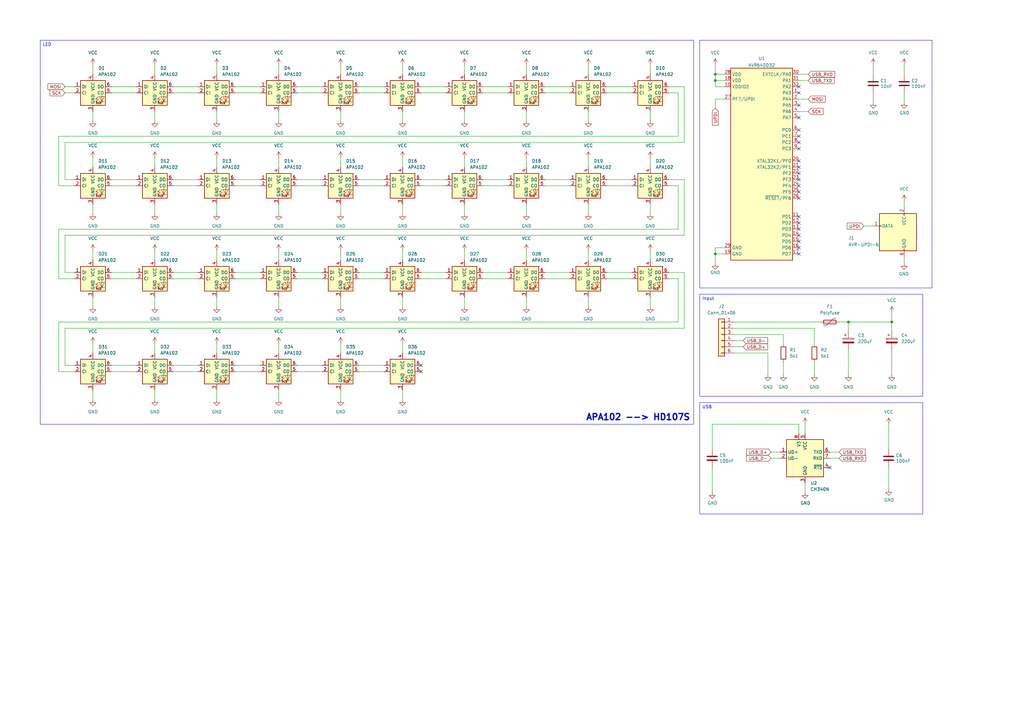
<source format=kicad_sch>
(kicad_sch (version 20230121) (generator eeschema)
  (paper "A3")
  (lib_symbols
    (symbol "Connector:AVR-UPDI-6" (pin_names (offset 1.016))
      (property "Reference" "J" (at -6.35 8.89 0))
      (property "Value" "AVR-UPDI-6" (at 0 8.89 0))
      (symbol "AVR-UPDI-6_1_1"
        (pin passive line (at 10.16 2.54 180) (length 2.54) (name "DATA") (number "1"))
        (pin passive line (at -2.54 10.16 270) (length 2.54) (name "VCC") (number "2"))
        (pin no_connect line (at 7.62 0 180) (length 2.54) hide (name "NC") (number "3"))
        (pin no_connect line (at 7.62 -2.54 180) (length 2.54) hide (name "NC") (number "4"))
        (pin no_connect line (at 7.62 -5.08 180) (length 2.54) hide (name "NC") (number "5"))
        (pin passive line (at -2.54 -10.16 90) (length 2.54) (name "GND") (number "6"))
      )
    )
    (symbol "Connector_Generic:Conn_01x06" (pin_names (offset 1.016) hide)
      (property "Reference" "J" (at 0 7.62 0))
      (property "Value" "Conn_01x06" (at 0 -10.16 0))
      (symbol "Conn_01x06_1_1"
        (pin passive line (at -5.08 5.08 0) (length 3.81) (name "Pin_1") (number "1"))
        (pin passive line (at -5.08 2.54 0) (length 3.81) (name "Pin_2") (number "2"))
        (pin passive line (at -5.08 0 0) (length 3.81) (name "Pin_3") (number "3"))
        (pin passive line (at -5.08 -2.54 0) (length 3.81) (name "Pin_4") (number "4"))
        (pin passive line (at -5.08 -5.08 0) (length 3.81) (name "Pin_5") (number "5"))
        (pin passive line (at -5.08 -7.62 0) (length 3.81) (name "Pin_6") (number "6"))
      )
    )
    (symbol "Device:C" (pin_numbers hide) (pin_names (offset 0.254))
      (property "Reference" "C" (at 0.635 2.54 0))
      (property "Value" "C" (at 0.635 -2.54 0))
      (symbol "C_1_1"
        (pin passive line (at 0 3.81 270) (length 2.794) (name "~") (number "1"))
        (pin passive line (at 0 -3.81 90) (length 2.794) (name "~") (number "2"))
      )
    )
    (symbol "Device:C_Polarized" (pin_numbers hide) (pin_names (offset 0.254))
      (property "Reference" "C" (at 0.635 2.54 0))
      (property "Value" "C_Polarized" (at 0.635 -2.54 0))
      (symbol "C_Polarized_1_1"
        (pin passive line (at 0 3.81 270) (length 2.794) (name "~") (number "1"))
        (pin passive line (at 0 -3.81 90) (length 2.794) (name "~") (number "2"))
      )
    )
    (symbol "Device:Polyfuse" (pin_numbers hide) (pin_names (offset 0))
      (property "Reference" "F" (at -2.54 0 90))
      (property "Value" "Polyfuse" (at 2.54 0 90))
      (symbol "Polyfuse_1_1"
        (pin passive line (at 0 3.81 270) (length 1.27) (name "~") (number "1"))
        (pin passive line (at 0 -3.81 90) (length 1.27) (name "~") (number "2"))
      )
    )
    (symbol "Device:R" (pin_numbers hide) (pin_names (offset 0))
      (property "Reference" "R" (at 2.032 0 90))
      (property "Value" "R" (at 0 0 90))
      (symbol "R_1_1"
        (pin passive line (at 0 3.81 270) (length 1.27) (name "~") (number "1"))
        (pin passive line (at 0 -3.81 90) (length 1.27) (name "~") (number "2"))
      )
    )
    (symbol "LED:APA102"
      (property "Reference" "D" (at 5.08 5.715 0))
      (property "Value" "APA102" (at 1.27 -5.715 0))
      (symbol "APA102_0_0"
        (text "RGB" (at 2.286 -4.191 0) (effects (font (size 0.762 0.762))))
      )
      (symbol "APA102_1_1"
        (pin input line (at -7.62 2.54 0) (length 2.54) (name "DI") (number "1"))
        (pin input line (at -7.62 0 0) (length 2.54) (name "CI") (number "2"))
        (pin power_in line (at 0 -7.62 90) (length 2.54) (name "GND") (number "3"))
        (pin power_in line (at 0 7.62 270) (length 2.54) (name "VCC") (number "4"))
        (pin output line (at 7.62 0 180) (length 2.54) (name "CO") (number "5"))
        (pin output line (at 7.62 2.54 180) (length 2.54) (name "DO") (number "6"))
      )
    )
    (symbol "kiu:AVR64DD32"
      (property "Reference" "U" (at -12.7 -19.05 0))
      (property "Value" "AVR64DD32" (at 7.62 -19.05 0))
      (symbol "AVR64DD32_1_1"
        (pin bidirectional line (at 15.24 -30.48 180) (length 2.54) (name "PA3") (number "1"))
        (pin power_in line (at -15.24 -27.94 0) (length 2.54) (name "VDDIO2") (number "10"))
        (pin bidirectional line (at 15.24 -81.28 180) (length 2.54) (name "PD1") (number "11"))
        (pin bidirectional line (at 15.24 -83.82 180) (length 2.54) (name "PD2") (number "12"))
        (pin bidirectional line (at 15.24 -86.36 180) (length 2.54) (name "PD3") (number "13"))
        (pin bidirectional line (at 15.24 -88.9 180) (length 2.54) (name "PD4") (number "14"))
        (pin bidirectional line (at 15.24 -91.44 180) (length 2.54) (name "PD5") (number "15"))
        (pin bidirectional line (at 15.24 -93.98 180) (length 2.54) (name "PD6") (number "16"))
        (pin bidirectional line (at 15.24 -96.52 180) (length 2.54) (name "PD7") (number "17"))
        (pin power_in line (at -15.24 -25.4 0) (length 2.54) (name "VDD") (number "18"))
        (pin power_in line (at -15.24 -96.52 0) (length 2.54) (name "GND") (number "19"))
        (pin bidirectional line (at 15.24 -33.02 180) (length 2.54) (name "PA4") (number "2"))
        (pin bidirectional line (at 15.24 -58.42 180) (length 2.54) (name "XTAL32K1/PF0") (number "20"))
        (pin bidirectional line (at 15.24 -60.96 180) (length 2.54) (name "XTAL32K2/PF1") (number "21"))
        (pin bidirectional line (at 15.24 -63.5 180) (length 2.54) (name "PF2") (number "22"))
        (pin bidirectional line (at 15.24 -66.04 180) (length 2.54) (name "PF3") (number "23"))
        (pin bidirectional line (at 15.24 -68.58 180) (length 2.54) (name "PF4") (number "24"))
        (pin bidirectional line (at 15.24 -71.12 180) (length 2.54) (name "PF5") (number "25"))
        (pin input line (at 15.24 -73.66 180) (length 2.54) (name "~{RESET}/PF6") (number "26"))
        (pin bidirectional line (at -15.24 -33.02 0) (length 2.54) (name "PF7/UPDI") (number "27"))
        (pin power_in line (at -15.24 -22.86 0) (length 2.54) (name "VDD") (number "28"))
        (pin power_in line (at -15.24 -93.98 0) (length 2.54) (name "GND") (number "29"))
        (pin bidirectional line (at 15.24 -35.56 180) (length 2.54) (name "PA5") (number "3"))
        (pin bidirectional line (at 15.24 -22.86 180) (length 2.54) (name "EXTCLK/PA0") (number "30"))
        (pin bidirectional line (at 15.24 -25.4 180) (length 2.54) (name "PA1") (number "31"))
        (pin bidirectional line (at 15.24 -27.94 180) (length 2.54) (name "PA2") (number "32"))
        (pin bidirectional line (at 15.24 -38.1 180) (length 2.54) (name "PA6") (number "4"))
        (pin bidirectional line (at 15.24 -40.64 180) (length 2.54) (name "PA7") (number "5"))
        (pin bidirectional line (at 15.24 -45.72 180) (length 2.54) (name "PC0") (number "6"))
        (pin bidirectional line (at 15.24 -48.26 180) (length 2.54) (name "PC1") (number "7"))
        (pin bidirectional line (at 15.24 -50.8 180) (length 2.54) (name "PC2") (number "8"))
        (pin bidirectional line (at 15.24 -53.34 180) (length 2.54) (name "PC3") (number "9"))
      )
    )
    (symbol "kiu:CH340N"
      (property "Reference" "U" (at -5.08 13.97 0))
      (property "Value" "CH340N" (at 1.27 13.97 0))
      (symbol "CH340N_1_1"
        (pin bidirectional line (at -10.16 7.62 0) (length 2.54) (name "UD+") (number "1"))
        (pin bidirectional line (at -10.16 5.08 0) (length 2.54) (name "UD-") (number "2"))
        (pin power_in line (at 0 -5.08 90) (length 2.54) (name "GND") (number "3"))
        (pin output line (at 10.16 1.27 180) (length 2.54) (name "~{RTS}") (number "4"))
        (pin power_in line (at 0 15.24 270) (length 2.54) (name "VCC") (number "5"))
        (pin output line (at 10.16 7.62 180) (length 2.54) (name "TXD") (number "6"))
        (pin input line (at 10.16 5.08 180) (length 2.54) (name "RXD") (number "7"))
        (pin passive line (at -2.54 15.24 270) (length 2.54) (name "V3") (number "8"))
      )
    )
    (symbol "power:GND" (power) (pin_names (offset 0))
      (property "Value" "GND" (at 0 -3.81 0))
      (symbol "GND_1_1"
        (pin power_in line (at 0 0 270) (length 0) hide (name "GND") (number "1"))
      )
    )
    (symbol "power:VCC" (power) (pin_names (offset 0))
      (property "Value" "VCC" (at 0 3.81 0))
      (symbol "VCC_1_1"
        (pin power_in line (at 0 0 90) (length 0) hide (name "VCC") (number "1"))
      )
    )
  )
  (junction (at 293.37 33.02))
  (junction (at 347.98 132.08))
  (junction (at 293.37 30.48))
  (junction (at 293.37 104.14))
  (junction (at 365.76 132.08))
  (no_connect (at 327.66 81.28))
  (no_connect (at 327.66 68.58))
  (no_connect (at 172.72 152.4))
  (no_connect (at 327.66 48.26))
  (no_connect (at 327.66 55.88))
  (no_connect (at 327.66 43.18))
  (no_connect (at 327.66 38.1))
  (no_connect (at 327.66 58.42))
  (no_connect (at 327.66 35.56))
  (no_connect (at 327.66 66.04))
  (no_connect (at 340.36 191.77))
  (no_connect (at 327.66 88.9))
  (no_connect (at 327.66 60.96))
  (no_connect (at 327.66 101.6))
  (no_connect (at 327.66 78.74))
  (no_connect (at 327.66 53.34))
  (no_connect (at 327.66 104.14))
  (no_connect (at 327.66 71.12))
  (no_connect (at 327.66 73.66))
  (no_connect (at 327.66 99.06))
  (no_connect (at 327.66 91.44))
  (no_connect (at 327.66 96.52))
  (no_connect (at 172.72 149.86))
  (no_connect (at 327.66 76.2))
  (no_connect (at 327.66 93.98))
  (wire (pts (xy 121.92 152.4) (xy 132.08 152.4)))
  (wire (pts (xy 215.9 102.87) (xy 215.9 106.68)))
  (wire (pts (xy 139.7 140.97) (xy 139.7 144.78)))
  (wire (pts (xy 278.13 132.08) (xy 24.13 132.08)))
  (wire (pts (xy 370.84 26.67) (xy 370.84 30.48)))
  (wire (pts (xy 223.52 35.56) (xy 233.68 35.56)))
  (wire (pts (xy 63.5 45.72) (xy 63.5 49.53)))
  (wire (pts (xy 190.5 64.77) (xy 190.5 68.58)))
  (wire (pts (xy 248.92 73.66) (xy 259.08 73.66)))
  (wire (pts (xy 297.18 30.48) (xy 293.37 30.48)))
  (wire (pts (xy 147.32 76.2) (xy 157.48 76.2)))
  (wire (pts (xy 45.72 114.3) (xy 55.88 114.3)))
  (wire (pts (xy 147.32 35.56) (xy 157.48 35.56)))
  (wire (pts (xy 274.32 114.3) (xy 278.13 114.3)))
  (polyline (pts (xy 287.02 16.51) (xy 382.27 16.51)))
  (wire (pts (xy 327.66 177.8) (xy 327.66 173.99)))
  (wire (pts (xy 114.3 160.02) (xy 114.3 163.83)))
  (wire (pts (xy 45.72 149.86) (xy 55.88 149.86)))
  (wire (pts (xy 293.37 107.95) (xy 293.37 104.14)))
  (wire (pts (xy 172.72 111.76) (xy 182.88 111.76)))
  (wire (pts (xy 278.13 114.3) (xy 278.13 132.08)))
  (wire (pts (xy 172.72 73.66) (xy 182.88 73.66)))
  (wire (pts (xy 147.32 149.86) (xy 157.48 149.86)))
  (wire (pts (xy 139.7 102.87) (xy 139.7 106.68)))
  (wire (pts (xy 45.72 152.4) (xy 55.88 152.4)))
  (wire (pts (xy 215.9 45.72) (xy 215.9 49.53)))
  (wire (pts (xy 71.12 149.86) (xy 81.28 149.86)))
  (wire (pts (xy 293.37 30.48) (xy 293.37 26.67)))
  (wire (pts (xy 215.9 26.67) (xy 215.9 30.48)))
  (wire (pts (xy 223.52 76.2) (xy 233.68 76.2)))
  (wire (pts (xy 316.23 187.96) (xy 320.04 187.96)))
  (wire (pts (xy 24.13 76.2) (xy 30.48 76.2)))
  (wire (pts (xy 88.9 83.82) (xy 88.9 87.63)))
  (wire (pts (xy 71.12 114.3) (xy 81.28 114.3)))
  (wire (pts (xy 365.76 132.08) (xy 365.76 135.89)))
  (wire (pts (xy 248.92 111.76) (xy 259.08 111.76)))
  (wire (pts (xy 114.3 64.77) (xy 114.3 68.58)))
  (wire (pts (xy 114.3 102.87) (xy 114.3 106.68)))
  (wire (pts (xy 340.36 185.42) (xy 344.17 185.42)))
  (wire (pts (xy 358.14 38.1) (xy 358.14 41.91)))
  (wire (pts (xy 278.13 55.88) (xy 24.13 55.88)))
  (wire (pts (xy 241.3 83.82) (xy 241.3 87.63)))
  (wire (pts (xy 96.52 76.2) (xy 106.68 76.2)))
  (wire (pts (xy 365.76 128.27) (xy 365.76 132.08)))
  (wire (pts (xy 274.32 38.1) (xy 278.13 38.1)))
  (wire (pts (xy 241.3 121.92) (xy 241.3 125.73)))
  (wire (pts (xy 121.92 111.76) (xy 132.08 111.76)))
  (wire (pts (xy 26.67 149.86) (xy 30.48 149.86)))
  (wire (pts (xy 147.32 152.4) (xy 157.48 152.4)))
  (wire (pts (xy 139.7 26.67) (xy 139.7 30.48)))
  (wire (pts (xy 139.7 160.02) (xy 139.7 163.83)))
  (wire (pts (xy 316.23 185.42) (xy 320.04 185.42)))
  (wire (pts (xy 24.13 93.98) (xy 24.13 114.3)))
  (polyline (pts (xy 287.02 118.11) (xy 382.27 118.11)))
  (wire (pts (xy 190.5 45.72) (xy 190.5 49.53)))
  (wire (pts (xy 63.5 102.87) (xy 63.5 106.68)))
  (wire (pts (xy 96.52 114.3) (xy 106.68 114.3)))
  (wire (pts (xy 172.72 76.2) (xy 182.88 76.2)))
  (wire (pts (xy 280.67 134.62) (xy 26.67 134.62)))
  (wire (pts (xy 24.13 152.4) (xy 30.48 152.4)))
  (wire (pts (xy 340.36 187.96) (xy 344.17 187.96)))
  (wire (pts (xy 266.7 26.67) (xy 266.7 30.48)))
  (wire (pts (xy 241.3 102.87) (xy 241.3 106.68)))
  (wire (pts (xy 63.5 121.92) (xy 63.5 125.73)))
  (wire (pts (xy 293.37 40.64) (xy 293.37 44.45)))
  (wire (pts (xy 241.3 26.67) (xy 241.3 30.48)))
  (wire (pts (xy 278.13 38.1) (xy 278.13 55.88)))
  (wire (pts (xy 38.1 121.92) (xy 38.1 125.73)))
  (wire (pts (xy 114.3 140.97) (xy 114.3 144.78)))
  (wire (pts (xy 165.1 26.67) (xy 165.1 30.48)))
  (wire (pts (xy 26.67 134.62) (xy 26.67 149.86)))
  (wire (pts (xy 165.1 121.92) (xy 165.1 125.73)))
  (wire (pts (xy 190.5 102.87) (xy 190.5 106.68)))
  (wire (pts (xy 165.1 83.82) (xy 165.1 87.63)))
  (wire (pts (xy 26.67 111.76) (xy 30.48 111.76)))
  (wire (pts (xy 121.92 73.66) (xy 132.08 73.66)))
  (wire (pts (xy 280.67 58.42) (xy 26.67 58.42)))
  (wire (pts (xy 266.7 121.92) (xy 266.7 125.73)))
  (wire (pts (xy 139.7 45.72) (xy 139.7 49.53)))
  (wire (pts (xy 241.3 45.72) (xy 241.3 49.53)))
  (wire (pts (xy 223.52 38.1) (xy 233.68 38.1)))
  (wire (pts (xy 165.1 45.72) (xy 165.1 49.53)))
  (wire (pts (xy 321.31 137.16) (xy 321.31 140.97)))
  (wire (pts (xy 293.37 104.14) (xy 297.18 104.14)))
  (wire (pts (xy 26.67 96.52) (xy 26.67 111.76)))
  (wire (pts (xy 198.12 38.1) (xy 208.28 38.1)))
  (wire (pts (xy 121.92 114.3) (xy 132.08 114.3)))
  (wire (pts (xy 147.32 114.3) (xy 157.48 114.3)))
  (wire (pts (xy 190.5 121.92) (xy 190.5 125.73)))
  (wire (pts (xy 248.92 35.56) (xy 259.08 35.56)))
  (wire (pts (xy 274.32 76.2) (xy 278.13 76.2)))
  (wire (pts (xy 292.1 191.77) (xy 292.1 201.93)))
  (wire (pts (xy 347.98 132.08) (xy 365.76 132.08)))
  (wire (pts (xy 248.92 38.1) (xy 259.08 38.1)))
  (wire (pts (xy 96.52 111.76) (xy 106.68 111.76)))
  (wire (pts (xy 71.12 35.56) (xy 81.28 35.56)))
  (wire (pts (xy 24.13 114.3) (xy 30.48 114.3)))
  (wire (pts (xy 293.37 33.02) (xy 293.37 30.48)))
  (wire (pts (xy 266.7 64.77) (xy 266.7 68.58)))
  (wire (pts (xy 147.32 111.76) (xy 157.48 111.76)))
  (wire (pts (xy 88.9 102.87) (xy 88.9 106.68)))
  (wire (pts (xy 88.9 140.97) (xy 88.9 144.78)))
  (wire (pts (xy 26.67 38.1) (xy 30.48 38.1)))
  (wire (pts (xy 327.66 40.64) (xy 331.47 40.64)))
  (wire (pts (xy 139.7 64.77) (xy 139.7 68.58)))
  (wire (pts (xy 139.7 121.92) (xy 139.7 125.73)))
  (wire (pts (xy 297.18 33.02) (xy 293.37 33.02)))
  (wire (pts (xy 26.67 58.42) (xy 26.67 73.66)))
  (wire (pts (xy 38.1 64.77) (xy 38.1 68.58)))
  (wire (pts (xy 365.76 143.51) (xy 365.76 153.67)))
  (wire (pts (xy 241.3 64.77) (xy 241.3 68.58)))
  (wire (pts (xy 215.9 64.77) (xy 215.9 68.58)))
  (wire (pts (xy 121.92 149.86) (xy 132.08 149.86)))
  (wire (pts (xy 45.72 35.56) (xy 55.88 35.56)))
  (wire (pts (xy 88.9 160.02) (xy 88.9 163.83)))
  (wire (pts (xy 26.67 35.56) (xy 30.48 35.56)))
  (wire (pts (xy 26.67 73.66) (xy 30.48 73.66)))
  (wire (pts (xy 330.2 173.99) (xy 330.2 177.8)))
  (wire (pts (xy 190.5 83.82) (xy 190.5 87.63)))
  (wire (pts (xy 114.3 26.67) (xy 114.3 30.48)))
  (wire (pts (xy 71.12 73.66) (xy 81.28 73.66)))
  (wire (pts (xy 314.96 153.67) (xy 314.96 144.78)))
  (wire (pts (xy 114.3 45.72) (xy 114.3 49.53)))
  (wire (pts (xy 165.1 102.87) (xy 165.1 106.68)))
  (wire (pts (xy 63.5 64.77) (xy 63.5 68.58)))
  (wire (pts (xy 280.67 96.52) (xy 26.67 96.52)))
  (wire (pts (xy 71.12 38.1) (xy 81.28 38.1)))
  (wire (pts (xy 334.01 134.62) (xy 334.01 140.97)))
  (wire (pts (xy 198.12 73.66) (xy 208.28 73.66)))
  (wire (pts (xy 172.72 38.1) (xy 182.88 38.1)))
  (wire (pts (xy 96.52 38.1) (xy 106.68 38.1)))
  (wire (pts (xy 71.12 111.76) (xy 81.28 111.76)))
  (wire (pts (xy 38.1 160.02) (xy 38.1 163.83)))
  (wire (pts (xy 63.5 160.02) (xy 63.5 163.83)))
  (wire (pts (xy 96.52 149.86) (xy 106.68 149.86)))
  (wire (pts (xy 293.37 33.02) (xy 293.37 35.56)))
  (wire (pts (xy 198.12 35.56) (xy 208.28 35.56)))
  (wire (pts (xy 38.1 102.87) (xy 38.1 106.68)))
  (wire (pts (xy 139.7 83.82) (xy 139.7 87.63)))
  (wire (pts (xy 96.52 152.4) (xy 106.68 152.4)))
  (wire (pts (xy 300.99 137.16) (xy 321.31 137.16)))
  (wire (pts (xy 300.99 134.62) (xy 334.01 134.62)))
  (wire (pts (xy 364.49 191.77) (xy 364.49 200.66)))
  (wire (pts (xy 321.31 148.59) (xy 321.31 153.67)))
  (wire (pts (xy 278.13 76.2) (xy 278.13 93.98)))
  (wire (pts (xy 223.52 114.3) (xy 233.68 114.3)))
  (wire (pts (xy 121.92 38.1) (xy 132.08 38.1)))
  (wire (pts (xy 63.5 26.67) (xy 63.5 30.48)))
  (wire (pts (xy 165.1 64.77) (xy 165.1 68.58)))
  (wire (pts (xy 147.32 38.1) (xy 157.48 38.1)))
  (wire (pts (xy 71.12 76.2) (xy 81.28 76.2)))
  (wire (pts (xy 300.99 132.08) (xy 336.55 132.08)))
  (wire (pts (xy 274.32 73.66) (xy 280.67 73.66)))
  (wire (pts (xy 121.92 76.2) (xy 132.08 76.2)))
  (wire (pts (xy 114.3 121.92) (xy 114.3 125.73)))
  (wire (pts (xy 198.12 76.2) (xy 208.28 76.2)))
  (wire (pts (xy 121.92 35.56) (xy 132.08 35.56)))
  (wire (pts (xy 38.1 83.82) (xy 38.1 87.63)))
  (wire (pts (xy 300.99 142.24) (xy 304.8 142.24)))
  (polyline (pts (xy 382.27 118.11) (xy 382.27 16.51)))
  (wire (pts (xy 327.66 33.02) (xy 331.47 33.02)))
  (wire (pts (xy 347.98 143.51) (xy 347.98 153.67)))
  (wire (pts (xy 165.1 160.02) (xy 165.1 163.83)))
  (wire (pts (xy 165.1 140.97) (xy 165.1 144.78)))
  (wire (pts (xy 293.37 101.6) (xy 293.37 104.14)))
  (wire (pts (xy 45.72 111.76) (xy 55.88 111.76)))
  (wire (pts (xy 38.1 45.72) (xy 38.1 49.53)))
  (wire (pts (xy 88.9 45.72) (xy 88.9 49.53)))
  (wire (pts (xy 266.7 102.87) (xy 266.7 106.68)))
  (wire (pts (xy 266.7 83.82) (xy 266.7 87.63)))
  (wire (pts (xy 297.18 101.6) (xy 293.37 101.6)))
  (wire (pts (xy 327.66 45.72) (xy 331.47 45.72)))
  (wire (pts (xy 370.84 82.55) (xy 370.84 85.09)))
  (wire (pts (xy 347.98 135.89) (xy 347.98 132.08)))
  (wire (pts (xy 88.9 64.77) (xy 88.9 68.58)))
  (wire (pts (xy 172.72 114.3) (xy 182.88 114.3)))
  (wire (pts (xy 223.52 73.66) (xy 233.68 73.66)))
  (wire (pts (xy 278.13 93.98) (xy 24.13 93.98)))
  (wire (pts (xy 248.92 114.3) (xy 259.08 114.3)))
  (polyline (pts (xy 287.02 16.51) (xy 287.02 118.11)))
  (wire (pts (xy 45.72 76.2) (xy 55.88 76.2)))
  (wire (pts (xy 327.66 173.99) (xy 292.1 173.99)))
  (wire (pts (xy 274.32 111.76) (xy 280.67 111.76)))
  (wire (pts (xy 38.1 140.97) (xy 38.1 144.78)))
  (wire (pts (xy 147.32 73.66) (xy 157.48 73.66)))
  (wire (pts (xy 344.17 132.08) (xy 347.98 132.08)))
  (wire (pts (xy 364.49 173.99) (xy 364.49 184.15)))
  (wire (pts (xy 24.13 132.08) (xy 24.13 152.4)))
  (wire (pts (xy 297.18 35.56) (xy 293.37 35.56)))
  (wire (pts (xy 198.12 114.3) (xy 208.28 114.3)))
  (wire (pts (xy 370.84 38.1) (xy 370.84 41.91)))
  (wire (pts (xy 300.99 139.7) (xy 304.8 139.7)))
  (wire (pts (xy 88.9 26.67) (xy 88.9 30.48)))
  (wire (pts (xy 280.67 111.76) (xy 280.67 134.62)))
  (wire (pts (xy 300.99 144.78) (xy 314.96 144.78)))
  (wire (pts (xy 266.7 45.72) (xy 266.7 49.53)))
  (wire (pts (xy 215.9 121.92) (xy 215.9 125.73)))
  (wire (pts (xy 45.72 73.66) (xy 55.88 73.66)))
  (wire (pts (xy 198.12 111.76) (xy 208.28 111.76)))
  (wire (pts (xy 292.1 173.99) (xy 292.1 184.15)))
  (wire (pts (xy 334.01 148.59) (xy 334.01 153.67)))
  (wire (pts (xy 354.33 92.71) (xy 358.14 92.71)))
  (wire (pts (xy 248.92 76.2) (xy 259.08 76.2)))
  (wire (pts (xy 96.52 35.56) (xy 106.68 35.56)))
  (wire (pts (xy 330.2 198.12) (xy 330.2 201.93)))
  (wire (pts (xy 96.52 73.66) (xy 106.68 73.66)))
  (wire (pts (xy 114.3 83.82) (xy 114.3 87.63)))
  (wire (pts (xy 71.12 152.4) (xy 81.28 152.4)))
  (wire (pts (xy 45.72 38.1) (xy 55.88 38.1)))
  (wire (pts (xy 172.72 35.56) (xy 182.88 35.56)))
  (wire (pts (xy 370.84 105.41) (xy 370.84 107.95)))
  (wire (pts (xy 280.67 35.56) (xy 280.67 58.42)))
  (wire (pts (xy 24.13 55.88) (xy 24.13 76.2)))
  (wire (pts (xy 223.52 111.76) (xy 233.68 111.76)))
  (wire (pts (xy 88.9 121.92) (xy 88.9 125.73)))
  (wire (pts (xy 63.5 83.82) (xy 63.5 87.63)))
  (wire (pts (xy 38.1 26.67) (xy 38.1 30.48)))
  (wire (pts (xy 190.5 26.67) (xy 190.5 30.48)))
  (wire (pts (xy 327.66 30.48) (xy 331.47 30.48)))
  (wire (pts (xy 215.9 83.82) (xy 215.9 87.63)))
  (wire (pts (xy 358.14 26.67) (xy 358.14 30.48)))
  (wire (pts (xy 293.37 40.64) (xy 297.18 40.64)))
  (wire (pts (xy 274.32 35.56) (xy 280.67 35.56)))
  (wire (pts (xy 280.67 73.66) (xy 280.67 96.52)))
  (wire (pts (xy 63.5 140.97) (xy 63.5 144.78)))
  (text_box "Input" (at 287.02 120.65 0) (size 91.44 41.91) (effects (font (size 1.27 1.27)) (justify left top)))
  (text_box "USB" (at 287.02 165.1 0) (size 91.44 45.72) (effects (font (size 1.27 1.27)) (justify left top)))
  (text_box "LED" (at 16.51 16.51 0) (size 267.97 157.48) (effects (font (size 1.27 1.27)) (justify left top)))
  (text "APA102 --> HD107S" (at 283.21 172.72 0) (effects (font (size 2.54 2.54) (thickness 0.508) bold) (justify right bottom)))
  (global_label "UPDI" (shape input) (at 293.37 44.45 270) (property "Intersheetrefs" "${INTERSHEET_REFS}" (effects hide)))
  (global_label "USB_D-" (shape input) (at 316.23 187.96 180) (property "Intersheetrefs" "${INTERSHEET_REFS}" (effects hide)))
  (global_label "USB_TXD" (shape input) (at 344.17 185.42 0) (property "Intersheetrefs" "${INTERSHEET_REFS}" (effects hide)))
  (global_label "MOSI" (shape input) (at 26.67 35.56 180) (property "Intersheetrefs" "${INTERSHEET_REFS}" (effects hide)))
  (global_label "USB_D-" (shape input) (at 304.8 139.7 0) (property "Intersheetrefs" "${INTERSHEET_REFS}" (effects hide)))
  (global_label "USB_TXD" (shape input) (at 331.47 33.02 0) (property "Intersheetrefs" "${INTERSHEET_REFS}" (effects hide)))
  (global_label "USB_D+" (shape input) (at 304.8 142.24 0) (property "Intersheetrefs" "${INTERSHEET_REFS}" (effects hide)))
  (global_label "USB_D+" (shape input) (at 316.23 185.42 180) (property "Intersheetrefs" "${INTERSHEET_REFS}" (effects hide)))
  (global_label "SCK" (shape input) (at 26.67 38.1 180) (property "Intersheetrefs" "${INTERSHEET_REFS}" (effects hide)))
  (global_label "USB_RXD" (shape input) (at 344.17 187.96 0) (property "Intersheetrefs" "${INTERSHEET_REFS}" (effects hide)))
  (global_label "MOSI" (shape input) (at 331.47 40.64 0) (property "Intersheetrefs" "${INTERSHEET_REFS}" (effects hide)))
  (global_label "USB_RXD" (shape input) (at 331.47 30.48 0) (property "Intersheetrefs" "${INTERSHEET_REFS}" (effects hide)))
  (global_label "UPDI" (shape input) (at 354.33 92.71 180) (property "Intersheetrefs" "${INTERSHEET_REFS}" (effects hide)))
  (global_label "SCK" (shape input) (at 331.47 45.72 0) (property "Intersheetrefs" "${INTERSHEET_REFS}" (effects hide)))
  (symbol (lib_id "power:GND") (at 215.9 125.73 0) (unit 1)
    (property "Reference" "#PWR066" (effects hide))
    (property "Value" "GND" (at 215.9 130.81 0))
  )
  (symbol (lib_id "LED:APA102") (at 38.1 114.3 0) (unit 1)
    (property "Reference" "D21" (at 40.2941 104.14 0) (effects (justify left)))
    (property "Value" "APA102" (at 40.2941 106.68 0) (effects (justify left)))
    (property "Footprint" "LED_SMD:LED_RGB_5050-6" (effects hide))
    (property "Datasheet" "http://www.led-color.com/upload/201506/APA102%20LED.pdf" (effects hide))
  )
  (symbol (lib_id "Device:C") (at 358.14 34.29 0) (unit 1)
    (property "Reference" "C1" (at 361.061 33.1216 0) (effects (justify left)))
    (property "Value" "10nF" (at 361.061 35.433 0) (effects (justify left)))
    (property "Footprint" "Capacitor_SMD:C_0805_2012Metric" (effects hide))
  )
  (symbol (lib_id "LED:APA102") (at 165.1 152.4 0) (unit 1)
    (property "Reference" "D36" (at 167.2941 142.24 0) (effects (justify left)))
    (property "Value" "APA102" (at 167.2941 144.78 0) (effects (justify left)))
    (property "Footprint" "LED_SMD:LED_RGB_5050-6" (effects hide))
    (property "Datasheet" "http://www.led-color.com/upload/201506/APA102%20LED.pdf" (effects hide))
  )
  (symbol (lib_id "power:GND") (at 38.1 49.53 0) (unit 1)
    (property "Reference" "#PWR016" (effects hide))
    (property "Value" "GND" (at 38.1 54.61 0))
  )
  (symbol (lib_id "power:VCC") (at 114.3 140.97 0) (unit 1)
    (property "Reference" "#PWR073" (effects hide))
    (property "Value" "VCC" (at 114.3 135.89 0))
  )
  (symbol (lib_id "power:VCC") (at 38.1 26.67 0) (unit 1)
    (property "Reference" "#PWR01" (effects hide))
    (property "Value" "VCC" (at 38.1 21.59 0))
  )
  (symbol (lib_id "power:VCC") (at 358.14 26.67 0) (unit 1)
    (property "Reference" "#PWR012" (effects hide))
    (property "Value" "VCC" (at 358.14 21.59 0))
  )
  (symbol (lib_id "LED:APA102") (at 139.7 114.3 0) (unit 1)
    (property "Reference" "D25" (at 141.8941 104.14 0) (effects (justify left)))
    (property "Value" "APA102" (at 141.8941 106.68 0) (effects (justify left)))
    (property "Footprint" "LED_SMD:LED_RGB_5050-6" (effects hide))
    (property "Datasheet" "http://www.led-color.com/upload/201506/APA102%20LED.pdf" (effects hide))
  )
  (symbol (lib_id "LED:APA102") (at 63.5 76.2 0) (unit 1)
    (property "Reference" "D12" (at 65.6941 66.04 0) (effects (justify left)))
    (property "Value" "APA102" (at 65.6941 68.58 0) (effects (justify left)))
    (property "Footprint" "LED_SMD:LED_RGB_5050-6" (effects hide))
    (property "Datasheet" "http://www.led-color.com/upload/201506/APA102%20LED.pdf" (effects hide))
  )
  (symbol (lib_id "LED:APA102") (at 88.9 114.3 0) (unit 1)
    (property "Reference" "D23" (at 91.0941 104.14 0) (effects (justify left)))
    (property "Value" "APA102" (at 91.0941 106.68 0) (effects (justify left)))
    (property "Footprint" "LED_SMD:LED_RGB_5050-6" (effects hide))
    (property "Datasheet" "http://www.led-color.com/upload/201506/APA102%20LED.pdf" (effects hide))
  )
  (symbol (lib_id "power:GND") (at 165.1 87.63 0) (unit 1)
    (property "Reference" "#PWR042" (effects hide))
    (property "Value" "GND" (at 165.1 92.71 0))
  )
  (symbol (lib_id "power:GND") (at 38.1 163.83 0) (unit 1)
    (property "Reference" "#PWR081" (effects hide))
    (property "Value" "GND" (at 38.1 168.91 0))
  )
  (symbol (lib_id "Device:R") (at 321.31 144.78 0) (unit 1)
    (property "Reference" "R1" (at 323.85 143.51 0) (effects (justify left)))
    (property "Value" "5k1" (at 323.85 146.05 0) (effects (justify left)))
    (property "Footprint" "Resistor_SMD:R_0805_2012Metric" (effects hide))
  )
  (symbol (lib_id "LED:APA102") (at 165.1 38.1 0) (unit 1)
    (property "Reference" "D6" (at 167.2941 27.94 0) (effects (justify left)))
    (property "Value" "APA102" (at 167.2941 30.48 0) (effects (justify left)))
    (property "Footprint" "LED_SMD:LED_RGB_5050-6" (effects hide))
    (property "Datasheet" "http://www.led-color.com/upload/201506/APA102%20LED.pdf" (effects hide))
  )
  (symbol (lib_id "power:GND") (at 139.7 49.53 0) (unit 1)
    (property "Reference" "#PWR020" (effects hide))
    (property "Value" "GND" (at 139.7 54.61 0))
  )
  (symbol (lib_id "power:GND") (at 241.3 49.53 0) (unit 1)
    (property "Reference" "#PWR024" (effects hide))
    (property "Value" "GND" (at 241.3 54.61 0))
  )
  (symbol (lib_id "power:VCC") (at 63.5 140.97 0) (unit 1)
    (property "Reference" "#PWR071" (effects hide))
    (property "Value" "VCC" (at 63.5 135.89 0))
  )
  (symbol (lib_id "kiu:CH340N") (at 330.2 193.04 0) (unit 1)
    (property "Reference" "U2" (at 332.3941 198.12 0) (effects (justify left)))
    (property "Value" "CH340N" (at 332.3941 200.66 0) (effects (justify left)))
    (property "Footprint" "Package_SO:SOP-8_3.9x4.9mm_P1.27mm" (effects hide))
    (property "Datasheet" "https://datasheet.lcsc.com/lcsc/2305301024_WCH-Jiangsu-Qin-Heng-CH340N_C2977777.pdf" (effects hide))
  )
  (symbol (lib_id "LED:APA102") (at 114.3 38.1 0) (unit 1)
    (property "Reference" "D4" (at 116.4941 27.94 0) (effects (justify left)))
    (property "Value" "APA102" (at 116.4941 30.48 0) (effects (justify left)))
    (property "Footprint" "LED_SMD:LED_RGB_5050-6" (effects hide))
    (property "Datasheet" "http://www.led-color.com/upload/201506/APA102%20LED.pdf" (effects hide))
  )
  (symbol (lib_id "LED:APA102") (at 38.1 152.4 0) (unit 1)
    (property "Reference" "D31" (at 40.2941 142.24 0) (effects (justify left)))
    (property "Value" "APA102" (at 40.2941 144.78 0) (effects (justify left)))
    (property "Footprint" "LED_SMD:LED_RGB_5050-6" (effects hide))
    (property "Datasheet" "http://www.led-color.com/upload/201506/APA102%20LED.pdf" (effects hide))
  )
  (symbol (lib_id "power:VCC") (at 165.1 140.97 0) (unit 1)
    (property "Reference" "#PWR075" (effects hide))
    (property "Value" "VCC" (at 165.1 135.89 0))
  )
  (symbol (lib_id "LED:APA102") (at 63.5 114.3 0) (unit 1)
    (property "Reference" "D22" (at 65.6941 104.14 0) (effects (justify left)))
    (property "Value" "APA102" (at 65.6941 106.68 0) (effects (justify left)))
    (property "Footprint" "LED_SMD:LED_RGB_5050-6" (effects hide))
    (property "Datasheet" "http://www.led-color.com/upload/201506/APA102%20LED.pdf" (effects hide))
  )
  (symbol (lib_id "Device:C_Polarized") (at 365.76 139.7 0) (unit 1)
    (property "Reference" "C4" (at 369.57 137.541 0) (effects (justify left)))
    (property "Value" "220uF" (at 369.57 140.081 0) (effects (justify left)))
    (property "Footprint" "Capacitor_Tantalum_SMD:CP_EIA-6032-28_Kemet-C" (effects hide))
    (property "JLC" "C16133" (effects hide))
  )
  (symbol (lib_id "power:GND") (at 190.5 49.53 0) (unit 1)
    (property "Reference" "#PWR022" (effects hide))
    (property "Value" "GND" (at 190.5 54.61 0))
  )
  (symbol (lib_id "power:GND") (at 266.7 87.63 0) (unit 1)
    (property "Reference" "#PWR046" (effects hide))
    (property "Value" "GND" (at 266.7 92.71 0))
  )
  (symbol (lib_id "power:GND") (at 370.84 41.91 0) (unit 1)
    (property "Reference" "#PWR015" (effects hide))
    (property "Value" "GND" (at 370.967 46.3042 0))
  )
  (symbol (lib_id "power:VCC") (at 165.1 102.87 0) (unit 1)
    (property "Reference" "#PWR052" (effects hide))
    (property "Value" "VCC" (at 165.1 97.79 0))
  )
  (symbol (lib_id "power:GND") (at 190.5 125.73 0) (unit 1)
    (property "Reference" "#PWR065" (effects hide))
    (property "Value" "GND" (at 190.5 130.81 0))
  )
  (symbol (lib_id "Device:C_Polarized") (at 347.98 139.7 0) (unit 1)
    (property "Reference" "C3" (at 351.79 137.541 0) (effects (justify left)))
    (property "Value" "220uF" (at 351.79 140.081 0) (effects (justify left)))
    (property "Footprint" "Capacitor_Tantalum_SMD:CP_EIA-6032-28_Kemet-C" (effects hide))
    (property "JLC" "C16133" (effects hide))
  )
  (symbol (lib_id "power:GND") (at 241.3 125.73 0) (unit 1)
    (property "Reference" "#PWR067" (effects hide))
    (property "Value" "GND" (at 241.3 130.81 0))
  )
  (symbol (lib_id "Connector:AVR-UPDI-6") (at 368.3 95.25 0) (mirror y) (unit 1)
    (property "Reference" "J1" (at 347.98 97.5549 0) (effects (justify right)))
    (property "Value" "AVR-UPDI-6" (at 347.98 100.33 0) (effects (justify right)))
    (property "Footprint" "Connector_IDC:IDC-Header_2x03_P2.54mm_Vertical" (effects hide))
    (property "Datasheet" "https://www.microchip.com/webdoc/GUID-9D10622A-5C16-4405-B092-1BDD437B4976/index.html?GUID-9B349315-2842-4189-B88C-49F4E1055D7F" (effects hide))
  )
  (symbol (lib_id "power:VCC") (at 63.5 64.77 0) (unit 1)
    (property "Reference" "#PWR027" (effects hide))
    (property "Value" "VCC" (at 63.5 59.69 0))
  )
  (symbol (lib_id "LED:APA102") (at 139.7 152.4 0) (unit 1)
    (property "Reference" "D35" (at 141.8941 142.24 0) (effects (justify left)))
    (property "Value" "APA102" (at 141.8941 144.78 0) (effects (justify left)))
    (property "Footprint" "LED_SMD:LED_RGB_5050-6" (effects hide))
    (property "Datasheet" "http://www.led-color.com/upload/201506/APA102%20LED.pdf" (effects hide))
  )
  (symbol (lib_id "power:VCC") (at 190.5 26.67 0) (unit 1)
    (property "Reference" "#PWR07" (effects hide))
    (property "Value" "VCC" (at 190.5 21.59 0))
  )
  (symbol (lib_id "power:GND") (at 347.98 153.67 0) (unit 1)
    (property "Reference" "#PWR079" (effects hide))
    (property "Value" "GND" (at 347.98 158.75 0))
  )
  (symbol (lib_id "power:VCC") (at 241.3 102.87 0) (unit 1)
    (property "Reference" "#PWR055" (effects hide))
    (property "Value" "VCC" (at 241.3 97.79 0))
  )
  (symbol (lib_id "power:GND") (at 358.14 41.91 0) (unit 1)
    (property "Reference" "#PWR014" (effects hide))
    (property "Value" "GND" (at 358.267 46.3042 0))
  )
  (symbol (lib_id "LED:APA102") (at 241.3 76.2 0) (unit 1)
    (property "Reference" "D19" (at 243.4941 66.04 0) (effects (justify left)))
    (property "Value" "APA102" (at 243.4941 68.58 0) (effects (justify left)))
    (property "Footprint" "LED_SMD:LED_RGB_5050-6" (effects hide))
    (property "Datasheet" "http://www.led-color.com/upload/201506/APA102%20LED.pdf" (effects hide))
  )
  (symbol (lib_id "power:GND") (at 190.5 87.63 0) (unit 1)
    (property "Reference" "#PWR043" (effects hide))
    (property "Value" "GND" (at 190.5 92.71 0))
  )
  (symbol (lib_id "LED:APA102") (at 165.1 114.3 0) (unit 1)
    (property "Reference" "D26" (at 167.2941 104.14 0) (effects (justify left)))
    (property "Value" "APA102" (at 167.2941 106.68 0) (effects (justify left)))
    (property "Footprint" "LED_SMD:LED_RGB_5050-6" (effects hide))
    (property "Datasheet" "http://www.led-color.com/upload/201506/APA102%20LED.pdf" (effects hide))
  )
  (symbol (lib_id "power:GND") (at 165.1 125.73 0) (unit 1)
    (property "Reference" "#PWR064" (effects hide))
    (property "Value" "GND" (at 165.1 130.81 0))
  )
  (symbol (lib_id "power:GND") (at 293.37 107.95 0) (unit 1)
    (property "Reference" "#PWR057" (effects hide))
    (property "Value" "GND" (at 293.37 111.76 0))
  )
  (symbol (lib_id "power:GND") (at 114.3 49.53 0) (unit 1)
    (property "Reference" "#PWR019" (effects hide))
    (property "Value" "GND" (at 114.3 54.61 0))
  )
  (symbol (lib_id "LED:APA102") (at 266.7 114.3 0) (unit 1)
    (property "Reference" "D30" (at 268.8941 104.14 0) (effects (justify left)))
    (property "Value" "APA102" (at 268.8941 106.68 0) (effects (justify left)))
    (property "Footprint" "LED_SMD:LED_RGB_5050-6" (effects hide))
    (property "Datasheet" "http://www.led-color.com/upload/201506/APA102%20LED.pdf" (effects hide))
  )
  (symbol (lib_id "power:VCC") (at 114.3 26.67 0) (unit 1)
    (property "Reference" "#PWR04" (effects hide))
    (property "Value" "VCC" (at 114.3 21.59 0))
  )
  (symbol (lib_id "Device:C") (at 364.49 187.96 0) (unit 1)
    (property "Reference" "C6" (at 367.411 186.7916 0) (effects (justify left)))
    (property "Value" "100nF" (at 367.411 189.103 0) (effects (justify left)))
    (property "Footprint" "Capacitor_SMD:C_0805_2012Metric" (effects hide))
  )
  (symbol (lib_id "power:VCC") (at 88.9 102.87 0) (unit 1)
    (property "Reference" "#PWR049" (effects hide))
    (property "Value" "VCC" (at 88.9 97.79 0))
  )
  (symbol (lib_id "power:VCC") (at 139.7 102.87 0) (unit 1)
    (property "Reference" "#PWR051" (effects hide))
    (property "Value" "VCC" (at 139.7 97.79 0))
  )
  (symbol (lib_id "power:VCC") (at 370.84 26.67 0) (unit 1)
    (property "Reference" "#PWR013" (effects hide))
    (property "Value" "VCC" (at 370.84 21.59 0))
  )
  (symbol (lib_id "power:GND") (at 266.7 49.53 0) (unit 1)
    (property "Reference" "#PWR025" (effects hide))
    (property "Value" "GND" (at 266.7 54.61 0))
  )
  (symbol (lib_id "LED:APA102") (at 38.1 38.1 0) (unit 1)
    (property "Reference" "D1" (at 40.2941 27.94 0) (effects (justify left)))
    (property "Value" "APA102" (at 40.2941 30.48 0) (effects (justify left)))
    (property "Footprint" "LED_SMD:LED_RGB_5050-6" (effects hide))
    (property "Datasheet" "http://www.led-color.com/upload/201506/APA102%20LED.pdf" (effects hide))
  )
  (symbol (lib_id "power:VCC") (at 370.84 82.55 0) (unit 1)
    (property "Reference" "#PWR036" (effects hide))
    (property "Value" "VCC" (at 370.84 77.47 0))
  )
  (symbol (lib_id "power:GND") (at 38.1 125.73 0) (unit 1)
    (property "Reference" "#PWR059" (effects hide))
    (property "Value" "GND" (at 38.1 130.81 0))
  )
  (symbol (lib_id "power:GND") (at 365.76 153.67 0) (unit 1)
    (property "Reference" "#PWR080" (effects hide))
    (property "Value" "GND" (at 365.76 158.75 0))
  )
  (symbol (lib_id "power:GND") (at 114.3 125.73 0) (unit 1)
    (property "Reference" "#PWR062" (effects hide))
    (property "Value" "GND" (at 114.3 130.81 0))
  )
  (symbol (lib_id "power:VCC") (at 63.5 102.87 0) (unit 1)
    (property "Reference" "#PWR048" (effects hide))
    (property "Value" "VCC" (at 63.5 97.79 0))
  )
  (symbol (lib_id "power:GND") (at 139.7 87.63 0) (unit 1)
    (property "Reference" "#PWR041" (effects hide))
    (property "Value" "GND" (at 139.7 92.71 0))
  )
  (symbol (lib_id "power:GND") (at 63.5 125.73 0) (unit 1)
    (property "Reference" "#PWR060" (effects hide))
    (property "Value" "GND" (at 63.5 130.81 0))
  )
  (symbol (lib_id "power:VCC") (at 293.37 26.67 0) (unit 1)
    (property "Reference" "#PWR011" (effects hide))
    (property "Value" "VCC" (at 293.37 21.59 0))
  )
  (symbol (lib_id "power:VCC") (at 38.1 64.77 0) (unit 1)
    (property "Reference" "#PWR026" (effects hide))
    (property "Value" "VCC" (at 38.1 59.69 0))
  )
  (symbol (lib_id "power:VCC") (at 88.9 26.67 0) (unit 1)
    (property "Reference" "#PWR03" (effects hide))
    (property "Value" "VCC" (at 88.9 21.59 0))
  )
  (symbol (lib_id "LED:APA102") (at 266.7 38.1 0) (unit 1)
    (property "Reference" "D10" (at 268.8941 27.94 0) (effects (justify left)))
    (property "Value" "APA102" (at 268.8941 30.48 0) (effects (justify left)))
    (property "Footprint" "LED_SMD:LED_RGB_5050-6" (effects hide))
    (property "Datasheet" "http://www.led-color.com/upload/201506/APA102%20LED.pdf" (effects hide))
  )
  (symbol (lib_id "LED:APA102") (at 88.9 76.2 0) (unit 1)
    (property "Reference" "D13" (at 91.0941 66.04 0) (effects (justify left)))
    (property "Value" "APA102" (at 91.0941 68.58 0) (effects (justify left)))
    (property "Footprint" "LED_SMD:LED_RGB_5050-6" (effects hide))
    (property "Datasheet" "http://www.led-color.com/upload/201506/APA102%20LED.pdf" (effects hide))
  )
  (symbol (lib_id "power:GND") (at 330.2 201.93 0) (unit 1)
    (property "Reference" "#PWR091" (effects hide))
    (property "Value" "GND" (at 330.327 206.3242 0))
  )
  (symbol (lib_id "LED:APA102") (at 190.5 76.2 0) (unit 1)
    (property "Reference" "D17" (at 192.6941 66.04 0) (effects (justify left)))
    (property "Value" "APA102" (at 192.6941 68.58 0) (effects (justify left)))
    (property "Footprint" "LED_SMD:LED_RGB_5050-6" (effects hide))
    (property "Datasheet" "http://www.led-color.com/upload/201506/APA102%20LED.pdf" (effects hide))
  )
  (symbol (lib_id "power:VCC") (at 266.7 26.67 0) (unit 1)
    (property "Reference" "#PWR010" (effects hide))
    (property "Value" "VCC" (at 266.7 21.59 0))
  )
  (symbol (lib_id "power:GND") (at 215.9 87.63 0) (unit 1)
    (property "Reference" "#PWR044" (effects hide))
    (property "Value" "GND" (at 215.9 92.71 0))
  )
  (symbol (lib_id "Device:Polyfuse") (at 340.36 132.08 90) (unit 1)
    (property "Reference" "F1" (at 340.36 125.73 90))
    (property "Value" "Polyfuse" (at 340.36 128.27 90))
    (property "Footprint" "Fuse:Fuse_0805_2012Metric" (effects hide))
    (property "JLC" "C2897461" (effects hide))
  )
  (symbol (lib_id "power:VCC") (at 88.9 64.77 0) (unit 1)
    (property "Reference" "#PWR028" (effects hide))
    (property "Value" "VCC" (at 88.9 59.69 0))
  )
  (symbol (lib_id "LED:APA102") (at 114.3 114.3 0) (unit 1)
    (property "Reference" "D24" (at 116.4941 104.14 0) (effects (justify left)))
    (property "Value" "APA102" (at 116.4941 106.68 0) (effects (justify left)))
    (property "Footprint" "LED_SMD:LED_RGB_5050-6" (effects hide))
    (property "Datasheet" "http://www.led-color.com/upload/201506/APA102%20LED.pdf" (effects hide))
  )
  (symbol (lib_id "kiu:AVR64DD32") (at 312.42 7.62 0) (unit 1)
    (property "Reference" "U1" (at 312.42 23.9735 0))
    (property "Value" "AVR64DD32" (at 312.42 26.7486 0))
    (property "Footprint" "Package_QFP:TQFP-32_7x7mm_P0.8mm" (effects hide))
  )
  (symbol (lib_id "LED:APA102") (at 88.9 38.1 0) (unit 1)
    (property "Reference" "D3" (at 91.0941 27.94 0) (effects (justify left)))
    (property "Value" "APA102" (at 91.0941 30.48 0) (effects (justify left)))
    (property "Footprint" "LED_SMD:LED_RGB_5050-6" (effects hide))
    (property "Datasheet" "http://www.led-color.com/upload/201506/APA102%20LED.pdf" (effects hide))
  )
  (symbol (lib_id "power:GND") (at 241.3 87.63 0) (unit 1)
    (property "Reference" "#PWR045" (effects hide))
    (property "Value" "GND" (at 241.3 92.71 0))
  )
  (symbol (lib_id "power:GND") (at 88.9 87.63 0) (unit 1)
    (property "Reference" "#PWR039" (effects hide))
    (property "Value" "GND" (at 88.9 92.71 0))
  )
  (symbol (lib_id "power:GND") (at 63.5 49.53 0) (unit 1)
    (property "Reference" "#PWR017" (effects hide))
    (property "Value" "GND" (at 63.5 54.61 0))
  )
  (symbol (lib_id "power:GND") (at 114.3 87.63 0) (unit 1)
    (property "Reference" "#PWR040" (effects hide))
    (property "Value" "GND" (at 114.3 92.71 0))
  )
  (symbol (lib_id "LED:APA102") (at 215.9 38.1 0) (unit 1)
    (property "Reference" "D8" (at 218.0941 27.94 0) (effects (justify left)))
    (property "Value" "APA102" (at 218.0941 30.48 0) (effects (justify left)))
    (property "Footprint" "LED_SMD:LED_RGB_5050-6" (effects hide))
    (property "Datasheet" "http://www.led-color.com/upload/201506/APA102%20LED.pdf" (effects hide))
  )
  (symbol (lib_id "power:VCC") (at 266.7 102.87 0) (unit 1)
    (property "Reference" "#PWR056" (effects hide))
    (property "Value" "VCC" (at 266.7 97.79 0))
  )
  (symbol (lib_id "power:VCC") (at 165.1 64.77 0) (unit 1)
    (property "Reference" "#PWR031" (effects hide))
    (property "Value" "VCC" (at 165.1 59.69 0))
  )
  (symbol (lib_id "LED:APA102") (at 114.3 76.2 0) (unit 1)
    (property "Reference" "D14" (at 116.4941 66.04 0) (effects (justify left)))
    (property "Value" "APA102" (at 116.4941 68.58 0) (effects (justify left)))
    (property "Footprint" "LED_SMD:LED_RGB_5050-6" (effects hide))
    (property "Datasheet" "http://www.led-color.com/upload/201506/APA102%20LED.pdf" (effects hide))
  )
  (symbol (lib_id "power:VCC") (at 38.1 102.87 0) (unit 1)
    (property "Reference" "#PWR047" (effects hide))
    (property "Value" "VCC" (at 38.1 97.79 0))
  )
  (symbol (lib_id "power:VCC") (at 88.9 140.97 0) (unit 1)
    (property "Reference" "#PWR072" (effects hide))
    (property "Value" "VCC" (at 88.9 135.89 0))
  )
  (symbol (lib_id "LED:APA102") (at 241.3 38.1 0) (unit 1)
    (property "Reference" "D9" (at 243.4941 27.94 0) (effects (justify left)))
    (property "Value" "APA102" (at 243.4941 30.48 0) (effects (justify left)))
    (property "Footprint" "LED_SMD:LED_RGB_5050-6" (effects hide))
    (property "Datasheet" "http://www.led-color.com/upload/201506/APA102%20LED.pdf" (effects hide))
  )
  (symbol (lib_id "LED:APA102") (at 266.7 76.2 0) (unit 1)
    (property "Reference" "D20" (at 268.8941 66.04 0) (effects (justify left)))
    (property "Value" "APA102" (at 268.8941 68.58 0) (effects (justify left)))
    (property "Footprint" "LED_SMD:LED_RGB_5050-6" (effects hide))
    (property "Datasheet" "http://www.led-color.com/upload/201506/APA102%20LED.pdf" (effects hide))
  )
  (symbol (lib_id "power:GND") (at 370.84 107.95 0) (mirror y) (unit 1)
    (property "Reference" "#PWR058" (effects hide))
    (property "Value" "GND" (at 370.713 112.3442 0))
  )
  (symbol (lib_id "LED:APA102") (at 139.7 76.2 0) (unit 1)
    (property "Reference" "D15" (at 141.8941 66.04 0) (effects (justify left)))
    (property "Value" "APA102" (at 141.8941 68.58 0) (effects (justify left)))
    (property "Footprint" "LED_SMD:LED_RGB_5050-6" (effects hide))
    (property "Datasheet" "http://www.led-color.com/upload/201506/APA102%20LED.pdf" (effects hide))
  )
  (symbol (lib_id "Connector_Generic:Conn_01x06") (at 295.91 137.16 0) (mirror y) (unit 1)
    (property "Reference" "J2" (at 295.91 125.73 0))
    (property "Value" "Conn_01x06" (at 295.91 128.27 0))
    (property "Footprint" "Connector_PinHeader_2.54mm:PinHeader_1x06_P2.54mm_Vertical" (effects hide))
  )
  (symbol (lib_id "power:VCC") (at 215.9 64.77 0) (unit 1)
    (property "Reference" "#PWR033" (effects hide))
    (property "Value" "VCC" (at 215.9 59.69 0))
  )
  (symbol (lib_id "LED:APA102") (at 215.9 76.2 0) (unit 1)
    (property "Reference" "D18" (at 218.0941 66.04 0) (effects (justify left)))
    (property "Value" "APA102" (at 218.0941 68.58 0) (effects (justify left)))
    (property "Footprint" "LED_SMD:LED_RGB_5050-6" (effects hide))
    (property "Datasheet" "http://www.led-color.com/upload/201506/APA102%20LED.pdf" (effects hide))
  )
  (symbol (lib_id "Device:C") (at 370.84 34.29 0) (unit 1)
    (property "Reference" "C2" (at 373.761 33.1216 0) (effects (justify left)))
    (property "Value" "100nF" (at 373.761 35.433 0) (effects (justify left)))
    (property "Footprint" "Capacitor_SMD:C_0805_2012Metric" (effects hide))
  )
  (symbol (lib_id "power:VCC") (at 114.3 102.87 0) (unit 1)
    (property "Reference" "#PWR050" (effects hide))
    (property "Value" "VCC" (at 114.3 97.79 0))
  )
  (symbol (lib_id "power:GND") (at 165.1 163.83 0) (unit 1)
    (property "Reference" "#PWR086" (effects hide))
    (property "Value" "GND" (at 165.1 168.91 0))
  )
  (symbol (lib_id "power:VCC") (at 139.7 64.77 0) (unit 1)
    (property "Reference" "#PWR030" (effects hide))
    (property "Value" "VCC" (at 139.7 59.69 0))
  )
  (symbol (lib_id "Device:C") (at 292.1 187.96 0) (unit 1)
    (property "Reference" "C5" (at 295.021 186.7916 0) (effects (justify left)))
    (property "Value" "100nF" (at 295.021 189.103 0) (effects (justify left)))
    (property "Footprint" "Capacitor_SMD:C_0805_2012Metric" (effects hide))
  )
  (symbol (lib_id "power:GND") (at 114.3 163.83 0) (unit 1)
    (property "Reference" "#PWR084" (effects hide))
    (property "Value" "GND" (at 114.3 168.91 0))
  )
  (symbol (lib_id "power:GND") (at 139.7 163.83 0) (unit 1)
    (property "Reference" "#PWR085" (effects hide))
    (property "Value" "GND" (at 139.7 168.91 0))
  )
  (symbol (lib_id "power:VCC") (at 114.3 64.77 0) (unit 1)
    (property "Reference" "#PWR029" (effects hide))
    (property "Value" "VCC" (at 114.3 59.69 0))
  )
  (symbol (lib_id "power:GND") (at 364.49 200.66 0) (unit 1)
    (property "Reference" "#PWR089" (effects hide))
    (property "Value" "GND" (at 364.617 205.0542 0))
  )
  (symbol (lib_id "power:GND") (at 88.9 49.53 0) (unit 1)
    (property "Reference" "#PWR018" (effects hide))
    (property "Value" "GND" (at 88.9 54.61 0))
  )
  (symbol (lib_id "power:VCC") (at 330.2 173.99 0) (unit 1)
    (property "Reference" "#PWR087" (effects hide))
    (property "Value" "VCC" (at 330.2 168.91 0))
  )
  (symbol (lib_id "power:VCC") (at 63.5 26.67 0) (unit 1)
    (property "Reference" "#PWR02" (effects hide))
    (property "Value" "VCC" (at 63.5 21.59 0))
  )
  (symbol (lib_id "LED:APA102") (at 241.3 114.3 0) (unit 1)
    (property "Reference" "D29" (at 243.4941 104.14 0) (effects (justify left)))
    (property "Value" "APA102" (at 243.4941 106.68 0) (effects (justify left)))
    (property "Footprint" "LED_SMD:LED_RGB_5050-6" (effects hide))
    (property "Datasheet" "http://www.led-color.com/upload/201506/APA102%20LED.pdf" (effects hide))
  )
  (symbol (lib_id "power:VCC") (at 364.49 173.99 0) (unit 1)
    (property "Reference" "#PWR088" (effects hide))
    (property "Value" "VCC" (at 364.49 168.91 0))
  )
  (symbol (lib_id "power:GND") (at 139.7 125.73 0) (unit 1)
    (property "Reference" "#PWR063" (effects hide))
    (property "Value" "GND" (at 139.7 130.81 0))
  )
  (symbol (lib_id "LED:APA102") (at 38.1 76.2 0) (unit 1)
    (property "Reference" "D11" (at 40.2941 66.04 0) (effects (justify left)))
    (property "Value" "APA102" (at 40.2941 68.58 0) (effects (justify left)))
    (property "Footprint" "LED_SMD:LED_RGB_5050-6" (effects hide))
    (property "Datasheet" "http://www.led-color.com/upload/201506/APA102%20LED.pdf" (effects hide))
  )
  (symbol (lib_id "power:VCC") (at 190.5 102.87 0) (unit 1)
    (property "Reference" "#PWR053" (effects hide))
    (property "Value" "VCC" (at 190.5 97.79 0))
  )
  (symbol (lib_id "power:GND") (at 88.9 163.83 0) (unit 1)
    (property "Reference" "#PWR083" (effects hide))
    (property "Value" "GND" (at 88.9 168.91 0))
  )
  (symbol (lib_id "power:GND") (at 321.31 153.67 0) (unit 1)
    (property "Reference" "#PWR077" (effects hide))
    (property "Value" "GND" (at 321.31 158.75 0))
  )
  (symbol (lib_id "power:VCC") (at 38.1 140.97 0) (unit 1)
    (property "Reference" "#PWR070" (effects hide))
    (property "Value" "VCC" (at 38.1 135.89 0))
  )
  (symbol (lib_id "power:GND") (at 63.5 163.83 0) (unit 1)
    (property "Reference" "#PWR082" (effects hide))
    (property "Value" "GND" (at 63.5 168.91 0))
  )
  (symbol (lib_id "power:VCC") (at 241.3 26.67 0) (unit 1)
    (property "Reference" "#PWR09" (effects hide))
    (property "Value" "VCC" (at 241.3 21.59 0))
  )
  (symbol (lib_id "power:GND") (at 334.01 153.67 0) (unit 1)
    (property "Reference" "#PWR078" (effects hide))
    (property "Value" "GND" (at 334.01 158.75 0))
  )
  (symbol (lib_id "power:GND") (at 314.96 153.67 0) (unit 1)
    (property "Reference" "#PWR076" (effects hide))
    (property "Value" "GND" (at 314.96 158.75 0))
  )
  (symbol (lib_id "LED:APA102") (at 215.9 114.3 0) (unit 1)
    (property "Reference" "D28" (at 218.0941 104.14 0) (effects (justify left)))
    (property "Value" "APA102" (at 218.0941 106.68 0) (effects (justify left)))
    (property "Footprint" "LED_SMD:LED_RGB_5050-6" (effects hide))
    (property "Datasheet" "http://www.led-color.com/upload/201506/APA102%20LED.pdf" (effects hide))
  )
  (symbol (lib_id "power:VCC") (at 139.7 26.67 0) (unit 1)
    (property "Reference" "#PWR05" (effects hide))
    (property "Value" "VCC" (at 139.7 21.59 0))
  )
  (symbol (lib_id "power:GND") (at 38.1 87.63 0) (unit 1)
    (property "Reference" "#PWR037" (effects hide))
    (property "Value" "GND" (at 38.1 92.71 0))
  )
  (symbol (lib_id "power:GND") (at 292.1 201.93 0) (unit 1)
    (property "Reference" "#PWR090" (effects hide))
    (property "Value" "GND" (at 292.227 206.3242 0))
  )
  (symbol (lib_id "LED:APA102") (at 63.5 152.4 0) (unit 1)
    (property "Reference" "D32" (at 65.6941 142.24 0) (effects (justify left)))
    (property "Value" "APA102" (at 65.6941 144.78 0) (effects (justify left)))
    (property "Footprint" "LED_SMD:LED_RGB_5050-6" (effects hide))
    (property "Datasheet" "http://www.led-color.com/upload/201506/APA102%20LED.pdf" (effects hide))
  )
  (symbol (lib_id "power:GND") (at 266.7 125.73 0) (unit 1)
    (property "Reference" "#PWR068" (effects hide))
    (property "Value" "GND" (at 266.7 130.81 0))
  )
  (symbol (lib_id "LED:APA102") (at 139.7 38.1 0) (unit 1)
    (property "Reference" "D5" (at 141.8941 27.94 0) (effects (justify left)))
    (property "Value" "APA102" (at 141.8941 30.48 0) (effects (justify left)))
    (property "Footprint" "LED_SMD:LED_RGB_5050-6" (effects hide))
    (property "Datasheet" "http://www.led-color.com/upload/201506/APA102%20LED.pdf" (effects hide))
  )
  (symbol (lib_id "LED:APA102") (at 165.1 76.2 0) (unit 1)
    (property "Reference" "D16" (at 167.2941 66.04 0) (effects (justify left)))
    (property "Value" "APA102" (at 167.2941 68.58 0) (effects (justify left)))
    (property "Footprint" "LED_SMD:LED_RGB_5050-6" (effects hide))
    (property "Datasheet" "http://www.led-color.com/upload/201506/APA102%20LED.pdf" (effects hide))
  )
  (symbol (lib_id "power:VCC") (at 139.7 140.97 0) (unit 1)
    (property "Reference" "#PWR074" (effects hide))
    (property "Value" "VCC" (at 139.7 135.89 0))
  )
  (symbol (lib_id "power:VCC") (at 215.9 26.67 0) (unit 1)
    (property "Reference" "#PWR08" (effects hide))
    (property "Value" "VCC" (at 215.9 21.59 0))
  )
  (symbol (lib_id "power:VCC") (at 266.7 64.77 0) (unit 1)
    (property "Reference" "#PWR035" (effects hide))
    (property "Value" "VCC" (at 266.7 59.69 0))
  )
  (symbol (lib_id "LED:APA102") (at 190.5 114.3 0) (unit 1)
    (property "Reference" "D27" (at 192.6941 104.14 0) (effects (justify left)))
    (property "Value" "APA102" (at 192.6941 106.68 0) (effects (justify left)))
    (property "Footprint" "LED_SMD:LED_RGB_5050-6" (effects hide))
    (property "Datasheet" "http://www.led-color.com/upload/201506/APA102%20LED.pdf" (effects hide))
  )
  (symbol (lib_id "LED:APA102") (at 114.3 152.4 0) (unit 1)
    (property "Reference" "D34" (at 116.4941 142.24 0) (effects (justify left)))
    (property "Value" "APA102" (at 116.4941 144.78 0) (effects (justify left)))
    (property "Footprint" "LED_SMD:LED_RGB_5050-6" (effects hide))
    (property "Datasheet" "http://www.led-color.com/upload/201506/APA102%20LED.pdf" (effects hide))
  )
  (symbol (lib_id "power:GND") (at 88.9 125.73 0) (unit 1)
    (property "Reference" "#PWR061" (effects hide))
    (property "Value" "GND" (at 88.9 130.81 0))
  )
  (symbol (lib_id "power:VCC") (at 365.76 128.27 0) (unit 1)
    (property "Reference" "#PWR069" (effects hide))
    (property "Value" "VCC" (at 365.76 123.19 0))
  )
  (symbol (lib_id "power:VCC") (at 165.1 26.67 0) (unit 1)
    (property "Reference" "#PWR06" (effects hide))
    (property "Value" "VCC" (at 165.1 21.59 0))
  )
  (symbol (lib_id "LED:APA102") (at 190.5 38.1 0) (unit 1)
    (property "Reference" "D7" (at 192.6941 27.94 0) (effects (justify left)))
    (property "Value" "APA102" (at 192.6941 30.48 0) (effects (justify left)))
    (property "Footprint" "LED_SMD:LED_RGB_5050-6" (effects hide))
    (property "Datasheet" "http://www.led-color.com/upload/201506/APA102%20LED.pdf" (effects hide))
  )
  (symbol (lib_id "power:GND") (at 165.1 49.53 0) (unit 1)
    (property "Reference" "#PWR021" (effects hide))
    (property "Value" "GND" (at 165.1 54.61 0))
  )
  (symbol (lib_id "power:VCC") (at 190.5 64.77 0) (unit 1)
    (property "Reference" "#PWR032" (effects hide))
    (property "Value" "VCC" (at 190.5 59.69 0))
  )
  (symbol (lib_id "power:GND") (at 215.9 49.53 0) (unit 1)
    (property "Reference" "#PWR023" (effects hide))
    (property "Value" "GND" (at 215.9 54.61 0))
  )
  (symbol (lib_id "Device:R") (at 334.01 144.78 0) (unit 1)
    (property "Reference" "R2" (at 336.55 143.51 0) (effects (justify left)))
    (property "Value" "5k1" (at 336.55 146.05 0) (effects (justify left)))
    (property "Footprint" "Resistor_SMD:R_0805_2012Metric" (effects hide))
  )
  (symbol (lib_id "power:VCC") (at 241.3 64.77 0) (unit 1)
    (property "Reference" "#PWR034" (effects hide))
    (property "Value" "VCC" (at 241.3 59.69 0))
  )
  (symbol (lib_id "power:VCC") (at 215.9 102.87 0) (unit 1)
    (property "Reference" "#PWR054" (effects hide))
    (property "Value" "VCC" (at 215.9 97.79 0))
  )
  (symbol (lib_id "power:GND") (at 63.5 87.63 0) (unit 1)
    (property "Reference" "#PWR038" (effects hide))
    (property "Value" "GND" (at 63.5 92.71 0))
  )
  (symbol (lib_id "LED:APA102") (at 88.9 152.4 0) (unit 1)
    (property "Reference" "D33" (at 91.0941 142.24 0) (effects (justify left)))
    (property "Value" "APA102" (at 91.0941 144.78 0) (effects (justify left)))
    (property "Footprint" "LED_SMD:LED_RGB_5050-6" (effects hide))
    (property "Datasheet" "http://www.led-color.com/upload/201506/APA102%20LED.pdf" (effects hide))
  )
  (symbol (lib_id "LED:APA102") (at 63.5 38.1 0) (unit 1)
    (property "Reference" "D2" (at 65.6941 27.94 0) (effects (justify left)))
    (property "Value" "APA102" (at 65.6941 30.48 0) (effects (justify left)))
    (property "Footprint" "LED_SMD:LED_RGB_5050-6" (effects hide))
    (property "Datasheet" "http://www.led-color.com/upload/201506/APA102%20LED.pdf" (effects hide))
  )
)
</source>
